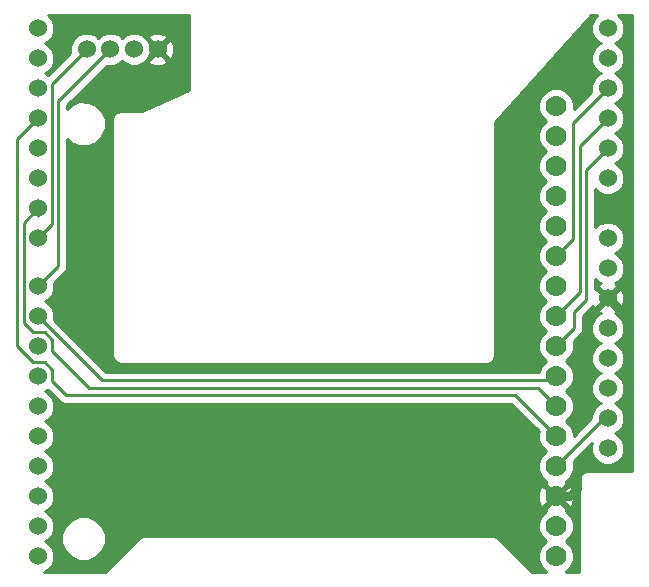
<source format=gtl>
G04 #@! TF.FileFunction,Copper,L1,Top,Signal*
%FSLAX46Y46*%
G04 Gerber Fmt 4.6, Leading zero omitted, Abs format (unit mm)*
G04 Created by KiCad (PCBNEW 4.0.2-stable) date Thursday, April 27, 2017 'PMt' 03:17:06 PM*
%MOMM*%
G01*
G04 APERTURE LIST*
%ADD10C,0.100000*%
%ADD11C,1.524000*%
%ADD12C,1.778000*%
%ADD13C,0.800000*%
%ADD14C,0.250000*%
%ADD15C,0.254000*%
G04 APERTURE END LIST*
D10*
D11*
X145961100Y-41503600D03*
X145961100Y-44043600D03*
X145961100Y-46583600D03*
X145961100Y-54203600D03*
X145961100Y-51663600D03*
X145961100Y-49123600D03*
X145961100Y-59283600D03*
X145961100Y-61823600D03*
X145961100Y-64363600D03*
X145961100Y-69443600D03*
X145961100Y-71983600D03*
X97701100Y-41503600D03*
X97701100Y-44043600D03*
X97701100Y-46583600D03*
X97701100Y-49123600D03*
X97701100Y-51663600D03*
X97701100Y-54203600D03*
X97701100Y-56743600D03*
X97701100Y-59283600D03*
X97701100Y-63347600D03*
X97701100Y-65887600D03*
X97701100Y-68427600D03*
X97701100Y-70967600D03*
X97701100Y-73507600D03*
X97701100Y-76047600D03*
X97701100Y-78587600D03*
X97701100Y-81127600D03*
X145961100Y-66903600D03*
X97701100Y-83667600D03*
X97701100Y-86207600D03*
X145961100Y-74523600D03*
X145961100Y-77063600D03*
X101841800Y-43281600D03*
X103841800Y-43281600D03*
X105841800Y-43281600D03*
X107841800Y-43281600D03*
D12*
X141579600Y-86207600D03*
X141579600Y-83667600D03*
X141579600Y-81127600D03*
X141579600Y-78587600D03*
X141579600Y-76047600D03*
X141579600Y-73507600D03*
X141579600Y-70967600D03*
X141579600Y-68427600D03*
X141579600Y-65887600D03*
X141579600Y-63347600D03*
X141579600Y-60807600D03*
X141579600Y-58267600D03*
X141579600Y-55727600D03*
X141579600Y-53187600D03*
X141579600Y-50647600D03*
X141579600Y-48107600D03*
D13*
X141579600Y-81127600D02*
X142773400Y-81127600D01*
X147623101Y-66025601D02*
X146723099Y-65125599D01*
X142773400Y-81127600D02*
X143383000Y-80518000D01*
X146744462Y-78740000D02*
X147623101Y-77861361D01*
X143383000Y-80518000D02*
X143383000Y-78740000D01*
X143383000Y-78740000D02*
X146744462Y-78740000D01*
X147623101Y-77861361D02*
X147623101Y-66025601D01*
X146723099Y-65125599D02*
X145961100Y-64363600D01*
D14*
X97701100Y-59283600D02*
X98888101Y-58096599D01*
X98888101Y-58096599D02*
X98888101Y-46235299D01*
X98888101Y-46235299D02*
X101079801Y-44043599D01*
X101079801Y-44043599D02*
X101841800Y-43281600D01*
X97701100Y-63347600D02*
X99438111Y-61610589D01*
X99438111Y-47685289D02*
X103841800Y-43281600D01*
X99438111Y-61610589D02*
X99438111Y-47685289D01*
X143052800Y-59334400D02*
X143052800Y-49491900D01*
X143052800Y-49491900D02*
X145961100Y-46583600D01*
X141579600Y-60807600D02*
X143052800Y-59334400D01*
X141579600Y-68427600D02*
X143129000Y-66878200D01*
X143129000Y-66878200D02*
X143129000Y-65532000D01*
X143129000Y-65532000D02*
X144152820Y-64508180D01*
X144152820Y-64508180D02*
X144152820Y-53471880D01*
X144152820Y-53471880D02*
X145199101Y-52425599D01*
X145199101Y-52425599D02*
X145961100Y-51663600D01*
X141579600Y-65887600D02*
X143602810Y-63864390D01*
X143602810Y-63864390D02*
X143602810Y-51481890D01*
X143602810Y-51481890D02*
X145961100Y-49123600D01*
X141579600Y-76047600D02*
X138099800Y-72567800D01*
X138099800Y-72567800D02*
X100084538Y-72567800D01*
X98888101Y-71371363D02*
X98888101Y-70397839D01*
X100084538Y-72567800D02*
X98888101Y-71371363D01*
X98270861Y-69780599D02*
X97297337Y-69780599D01*
X98888101Y-70397839D02*
X98270861Y-69780599D01*
X95935800Y-68419062D02*
X95935800Y-50888900D01*
X96939101Y-49885599D02*
X97701100Y-49123600D01*
X97297337Y-69780599D02*
X95935800Y-68419062D01*
X95935800Y-50888900D02*
X96939101Y-49885599D01*
X97701100Y-56743600D02*
X96494600Y-57950100D01*
X96494600Y-57950100D02*
X96494600Y-66437862D01*
X96494600Y-66437862D02*
X97297337Y-67240599D01*
X97297337Y-67240599D02*
X98270861Y-67240599D01*
X98270861Y-67240599D02*
X98888101Y-67857839D01*
X102014938Y-71958200D02*
X140030200Y-71958200D01*
X98888101Y-67857839D02*
X98888101Y-68831363D01*
X98888101Y-68831363D02*
X102014938Y-71958200D01*
X140690601Y-72618601D02*
X141579600Y-73507600D01*
X140030200Y-71958200D02*
X140690601Y-72618601D01*
X97701100Y-57434900D02*
X97701100Y-56743600D01*
X97701100Y-65887600D02*
X103136700Y-71323200D01*
X103136700Y-71323200D02*
X141224000Y-71323200D01*
X141224000Y-71323200D02*
X141579600Y-70967600D01*
X141579600Y-78587600D02*
X145643600Y-74523600D01*
X145643600Y-74523600D02*
X145961100Y-74523600D01*
D15*
G36*
X148003800Y-78997600D02*
X144213800Y-78997600D01*
X143942095Y-79051646D01*
X143711754Y-79205554D01*
X143557846Y-79435895D01*
X143503800Y-79707600D01*
X143503800Y-87497600D01*
X142444492Y-87497600D01*
X142870831Y-87072004D01*
X143103335Y-86512072D01*
X143103864Y-85905788D01*
X142872338Y-85345451D01*
X142464863Y-84937264D01*
X142870831Y-84532004D01*
X143103335Y-83972072D01*
X143103864Y-83365788D01*
X142872338Y-82805451D01*
X142444004Y-82376369D01*
X142417094Y-82365195D01*
X142472191Y-82199796D01*
X141579600Y-81307205D01*
X140687009Y-82199796D01*
X140741953Y-82364738D01*
X140717451Y-82374862D01*
X140288369Y-82803196D01*
X140055865Y-83363128D01*
X140055336Y-83969412D01*
X140286862Y-84529749D01*
X140694337Y-84937936D01*
X140288369Y-85343196D01*
X140055865Y-85903128D01*
X140055336Y-86509412D01*
X140286862Y-87069749D01*
X140713967Y-87497600D01*
X139507892Y-87497600D01*
X136715846Y-84705554D01*
X136485505Y-84551646D01*
X136213800Y-84497600D01*
X106713800Y-84497600D01*
X106442095Y-84551646D01*
X106211754Y-84705554D01*
X103419708Y-87497600D01*
X98237307Y-87497600D01*
X98491403Y-87392610D01*
X98884729Y-86999970D01*
X99097857Y-86486700D01*
X99098342Y-85930939D01*
X98886110Y-85417297D01*
X98550305Y-85080905D01*
X99694274Y-85080905D01*
X99980643Y-85773972D01*
X100510439Y-86304693D01*
X101203005Y-86592272D01*
X101952905Y-86592926D01*
X102645972Y-86306557D01*
X103176693Y-85776761D01*
X103464272Y-85084195D01*
X103464926Y-84334295D01*
X103178557Y-83641228D01*
X102648761Y-83110507D01*
X101956195Y-82822928D01*
X101206295Y-82822274D01*
X100513228Y-83108643D01*
X99982507Y-83638439D01*
X99694928Y-84331005D01*
X99694274Y-85080905D01*
X98550305Y-85080905D01*
X98493470Y-85023971D01*
X98285588Y-84937651D01*
X98491403Y-84852610D01*
X98884729Y-84459970D01*
X99097857Y-83946700D01*
X99098342Y-83390939D01*
X98886110Y-82877297D01*
X98493470Y-82483971D01*
X98285588Y-82397651D01*
X98491403Y-82312610D01*
X98884729Y-81919970D01*
X99097857Y-81406700D01*
X99098308Y-80889565D01*
X140044084Y-80889565D01*
X140069877Y-81495300D01*
X140252061Y-81935133D01*
X140507404Y-82020191D01*
X141399995Y-81127600D01*
X141759205Y-81127600D01*
X142651796Y-82020191D01*
X142907139Y-81935133D01*
X143115116Y-81365635D01*
X143089323Y-80759900D01*
X142907139Y-80320067D01*
X142651796Y-80235009D01*
X141759205Y-81127600D01*
X141399995Y-81127600D01*
X140507404Y-80235009D01*
X140252061Y-80320067D01*
X140044084Y-80889565D01*
X99098308Y-80889565D01*
X99098342Y-80850939D01*
X98886110Y-80337297D01*
X98493470Y-79943971D01*
X98285588Y-79857651D01*
X98491403Y-79772610D01*
X98884729Y-79379970D01*
X99097857Y-78866700D01*
X99098342Y-78310939D01*
X98886110Y-77797297D01*
X98493470Y-77403971D01*
X98285588Y-77317651D01*
X98491403Y-77232610D01*
X98884729Y-76839970D01*
X99097857Y-76326700D01*
X99098342Y-75770939D01*
X98886110Y-75257297D01*
X98493470Y-74863971D01*
X98285588Y-74777651D01*
X98491403Y-74692610D01*
X98884729Y-74299970D01*
X99097857Y-73786700D01*
X99098342Y-73230939D01*
X98886110Y-72717297D01*
X98493470Y-72323971D01*
X98285588Y-72237651D01*
X98491403Y-72152610D01*
X98543020Y-72101084D01*
X99547137Y-73105201D01*
X99793698Y-73269948D01*
X99841952Y-73279546D01*
X100084538Y-73327800D01*
X137784998Y-73327800D01*
X140098250Y-75641052D01*
X140055865Y-75743128D01*
X140055336Y-76349412D01*
X140286862Y-76909749D01*
X140694337Y-77317936D01*
X140288369Y-77723196D01*
X140055865Y-78283128D01*
X140055336Y-78889412D01*
X140286862Y-79449749D01*
X140715196Y-79878831D01*
X140742106Y-79890005D01*
X140687009Y-80055404D01*
X141579600Y-80947995D01*
X142472191Y-80055404D01*
X142417247Y-79890462D01*
X142441749Y-79880338D01*
X142870831Y-79452004D01*
X143103335Y-78892072D01*
X143103864Y-78285788D01*
X143060694Y-78181308D01*
X144640210Y-76601792D01*
X144564343Y-76784500D01*
X144563858Y-77340261D01*
X144776090Y-77853903D01*
X145168730Y-78247229D01*
X145682000Y-78460357D01*
X146237761Y-78460842D01*
X146751403Y-78248610D01*
X147144729Y-77855970D01*
X147357857Y-77342700D01*
X147358342Y-76786939D01*
X147146110Y-76273297D01*
X146753470Y-75879971D01*
X146545588Y-75793651D01*
X146751403Y-75708610D01*
X147144729Y-75315970D01*
X147357857Y-74802700D01*
X147358342Y-74246939D01*
X147146110Y-73733297D01*
X146753470Y-73339971D01*
X146545588Y-73253651D01*
X146751403Y-73168610D01*
X147144729Y-72775970D01*
X147357857Y-72262700D01*
X147358342Y-71706939D01*
X147146110Y-71193297D01*
X146753470Y-70799971D01*
X146545588Y-70713651D01*
X146751403Y-70628610D01*
X147144729Y-70235970D01*
X147357857Y-69722700D01*
X147358342Y-69166939D01*
X147146110Y-68653297D01*
X146753470Y-68259971D01*
X146545588Y-68173651D01*
X146751403Y-68088610D01*
X147144729Y-67695970D01*
X147357857Y-67182700D01*
X147358342Y-66626939D01*
X147146110Y-66113297D01*
X146753470Y-65719971D01*
X146561373Y-65640205D01*
X146692243Y-65585997D01*
X146761708Y-65343813D01*
X145961100Y-64543205D01*
X145160492Y-65343813D01*
X145229957Y-65585997D01*
X145370418Y-65636109D01*
X145170797Y-65718590D01*
X144777471Y-66111230D01*
X144564343Y-66624500D01*
X144563858Y-67180261D01*
X144776090Y-67693903D01*
X145168730Y-68087229D01*
X145376612Y-68173549D01*
X145170797Y-68258590D01*
X144777471Y-68651230D01*
X144564343Y-69164500D01*
X144563858Y-69720261D01*
X144776090Y-70233903D01*
X145168730Y-70627229D01*
X145376612Y-70713549D01*
X145170797Y-70798590D01*
X144777471Y-71191230D01*
X144564343Y-71704500D01*
X144563858Y-72260261D01*
X144776090Y-72773903D01*
X145168730Y-73167229D01*
X145376612Y-73253549D01*
X145170797Y-73338590D01*
X144777471Y-73731230D01*
X144564343Y-74244500D01*
X144564095Y-74528303D01*
X143103652Y-75988746D01*
X143103864Y-75745788D01*
X142872338Y-75185451D01*
X142464863Y-74777264D01*
X142870831Y-74372004D01*
X143103335Y-73812072D01*
X143103864Y-73205788D01*
X142872338Y-72645451D01*
X142464863Y-72237264D01*
X142870831Y-71832004D01*
X143103335Y-71272072D01*
X143103864Y-70665788D01*
X142872338Y-70105451D01*
X142464863Y-69697264D01*
X142870831Y-69292004D01*
X143103335Y-68732072D01*
X143103864Y-68125788D01*
X143060694Y-68021309D01*
X143666401Y-67415602D01*
X143823598Y-67180338D01*
X143831148Y-67169039D01*
X143889000Y-66878200D01*
X143889000Y-65846802D01*
X144690221Y-65045581D01*
X144707579Y-65019603D01*
X144738703Y-65094743D01*
X144980887Y-65164208D01*
X145781495Y-64363600D01*
X146140705Y-64363600D01*
X146941313Y-65164208D01*
X147183497Y-65094743D01*
X147370244Y-64571298D01*
X147342462Y-64016232D01*
X147183497Y-63632457D01*
X146941313Y-63562992D01*
X146140705Y-64363600D01*
X145781495Y-64363600D01*
X144980887Y-63562992D01*
X144912820Y-63582515D01*
X144912820Y-62750872D01*
X145168730Y-63007229D01*
X145360827Y-63086995D01*
X145229957Y-63141203D01*
X145160492Y-63383387D01*
X145961100Y-64183995D01*
X146761708Y-63383387D01*
X146692243Y-63141203D01*
X146551782Y-63091091D01*
X146751403Y-63008610D01*
X147144729Y-62615970D01*
X147357857Y-62102700D01*
X147358342Y-61546939D01*
X147146110Y-61033297D01*
X146753470Y-60639971D01*
X146545588Y-60553651D01*
X146751403Y-60468610D01*
X147144729Y-60075970D01*
X147357857Y-59562700D01*
X147358342Y-59006939D01*
X147146110Y-58493297D01*
X146753470Y-58099971D01*
X146240200Y-57886843D01*
X145684439Y-57886358D01*
X145170797Y-58098590D01*
X144912820Y-58356117D01*
X144912820Y-55130872D01*
X145168730Y-55387229D01*
X145682000Y-55600357D01*
X146237761Y-55600842D01*
X146751403Y-55388610D01*
X147144729Y-54995970D01*
X147357857Y-54482700D01*
X147358342Y-53926939D01*
X147146110Y-53413297D01*
X146753470Y-53019971D01*
X146545588Y-52933651D01*
X146751403Y-52848610D01*
X147144729Y-52455970D01*
X147357857Y-51942700D01*
X147358342Y-51386939D01*
X147146110Y-50873297D01*
X146753470Y-50479971D01*
X146545588Y-50393651D01*
X146751403Y-50308610D01*
X147144729Y-49915970D01*
X147357857Y-49402700D01*
X147358342Y-48846939D01*
X147146110Y-48333297D01*
X146753470Y-47939971D01*
X146545588Y-47853651D01*
X146751403Y-47768610D01*
X147144729Y-47375970D01*
X147357857Y-46862700D01*
X147358342Y-46306939D01*
X147146110Y-45793297D01*
X146753470Y-45399971D01*
X146545588Y-45313651D01*
X146751403Y-45228610D01*
X147144729Y-44835970D01*
X147357857Y-44322700D01*
X147358342Y-43766939D01*
X147146110Y-43253297D01*
X146753470Y-42859971D01*
X146545588Y-42773651D01*
X146751403Y-42688610D01*
X147144729Y-42295970D01*
X147357857Y-41782700D01*
X147358342Y-41226939D01*
X147146110Y-40713297D01*
X146850929Y-40417600D01*
X148003800Y-40417600D01*
X148003800Y-78997600D01*
X148003800Y-78997600D01*
G37*
X148003800Y-78997600D02*
X144213800Y-78997600D01*
X143942095Y-79051646D01*
X143711754Y-79205554D01*
X143557846Y-79435895D01*
X143503800Y-79707600D01*
X143503800Y-87497600D01*
X142444492Y-87497600D01*
X142870831Y-87072004D01*
X143103335Y-86512072D01*
X143103864Y-85905788D01*
X142872338Y-85345451D01*
X142464863Y-84937264D01*
X142870831Y-84532004D01*
X143103335Y-83972072D01*
X143103864Y-83365788D01*
X142872338Y-82805451D01*
X142444004Y-82376369D01*
X142417094Y-82365195D01*
X142472191Y-82199796D01*
X141579600Y-81307205D01*
X140687009Y-82199796D01*
X140741953Y-82364738D01*
X140717451Y-82374862D01*
X140288369Y-82803196D01*
X140055865Y-83363128D01*
X140055336Y-83969412D01*
X140286862Y-84529749D01*
X140694337Y-84937936D01*
X140288369Y-85343196D01*
X140055865Y-85903128D01*
X140055336Y-86509412D01*
X140286862Y-87069749D01*
X140713967Y-87497600D01*
X139507892Y-87497600D01*
X136715846Y-84705554D01*
X136485505Y-84551646D01*
X136213800Y-84497600D01*
X106713800Y-84497600D01*
X106442095Y-84551646D01*
X106211754Y-84705554D01*
X103419708Y-87497600D01*
X98237307Y-87497600D01*
X98491403Y-87392610D01*
X98884729Y-86999970D01*
X99097857Y-86486700D01*
X99098342Y-85930939D01*
X98886110Y-85417297D01*
X98550305Y-85080905D01*
X99694274Y-85080905D01*
X99980643Y-85773972D01*
X100510439Y-86304693D01*
X101203005Y-86592272D01*
X101952905Y-86592926D01*
X102645972Y-86306557D01*
X103176693Y-85776761D01*
X103464272Y-85084195D01*
X103464926Y-84334295D01*
X103178557Y-83641228D01*
X102648761Y-83110507D01*
X101956195Y-82822928D01*
X101206295Y-82822274D01*
X100513228Y-83108643D01*
X99982507Y-83638439D01*
X99694928Y-84331005D01*
X99694274Y-85080905D01*
X98550305Y-85080905D01*
X98493470Y-85023971D01*
X98285588Y-84937651D01*
X98491403Y-84852610D01*
X98884729Y-84459970D01*
X99097857Y-83946700D01*
X99098342Y-83390939D01*
X98886110Y-82877297D01*
X98493470Y-82483971D01*
X98285588Y-82397651D01*
X98491403Y-82312610D01*
X98884729Y-81919970D01*
X99097857Y-81406700D01*
X99098308Y-80889565D01*
X140044084Y-80889565D01*
X140069877Y-81495300D01*
X140252061Y-81935133D01*
X140507404Y-82020191D01*
X141399995Y-81127600D01*
X141759205Y-81127600D01*
X142651796Y-82020191D01*
X142907139Y-81935133D01*
X143115116Y-81365635D01*
X143089323Y-80759900D01*
X142907139Y-80320067D01*
X142651796Y-80235009D01*
X141759205Y-81127600D01*
X141399995Y-81127600D01*
X140507404Y-80235009D01*
X140252061Y-80320067D01*
X140044084Y-80889565D01*
X99098308Y-80889565D01*
X99098342Y-80850939D01*
X98886110Y-80337297D01*
X98493470Y-79943971D01*
X98285588Y-79857651D01*
X98491403Y-79772610D01*
X98884729Y-79379970D01*
X99097857Y-78866700D01*
X99098342Y-78310939D01*
X98886110Y-77797297D01*
X98493470Y-77403971D01*
X98285588Y-77317651D01*
X98491403Y-77232610D01*
X98884729Y-76839970D01*
X99097857Y-76326700D01*
X99098342Y-75770939D01*
X98886110Y-75257297D01*
X98493470Y-74863971D01*
X98285588Y-74777651D01*
X98491403Y-74692610D01*
X98884729Y-74299970D01*
X99097857Y-73786700D01*
X99098342Y-73230939D01*
X98886110Y-72717297D01*
X98493470Y-72323971D01*
X98285588Y-72237651D01*
X98491403Y-72152610D01*
X98543020Y-72101084D01*
X99547137Y-73105201D01*
X99793698Y-73269948D01*
X99841952Y-73279546D01*
X100084538Y-73327800D01*
X137784998Y-73327800D01*
X140098250Y-75641052D01*
X140055865Y-75743128D01*
X140055336Y-76349412D01*
X140286862Y-76909749D01*
X140694337Y-77317936D01*
X140288369Y-77723196D01*
X140055865Y-78283128D01*
X140055336Y-78889412D01*
X140286862Y-79449749D01*
X140715196Y-79878831D01*
X140742106Y-79890005D01*
X140687009Y-80055404D01*
X141579600Y-80947995D01*
X142472191Y-80055404D01*
X142417247Y-79890462D01*
X142441749Y-79880338D01*
X142870831Y-79452004D01*
X143103335Y-78892072D01*
X143103864Y-78285788D01*
X143060694Y-78181308D01*
X144640210Y-76601792D01*
X144564343Y-76784500D01*
X144563858Y-77340261D01*
X144776090Y-77853903D01*
X145168730Y-78247229D01*
X145682000Y-78460357D01*
X146237761Y-78460842D01*
X146751403Y-78248610D01*
X147144729Y-77855970D01*
X147357857Y-77342700D01*
X147358342Y-76786939D01*
X147146110Y-76273297D01*
X146753470Y-75879971D01*
X146545588Y-75793651D01*
X146751403Y-75708610D01*
X147144729Y-75315970D01*
X147357857Y-74802700D01*
X147358342Y-74246939D01*
X147146110Y-73733297D01*
X146753470Y-73339971D01*
X146545588Y-73253651D01*
X146751403Y-73168610D01*
X147144729Y-72775970D01*
X147357857Y-72262700D01*
X147358342Y-71706939D01*
X147146110Y-71193297D01*
X146753470Y-70799971D01*
X146545588Y-70713651D01*
X146751403Y-70628610D01*
X147144729Y-70235970D01*
X147357857Y-69722700D01*
X147358342Y-69166939D01*
X147146110Y-68653297D01*
X146753470Y-68259971D01*
X146545588Y-68173651D01*
X146751403Y-68088610D01*
X147144729Y-67695970D01*
X147357857Y-67182700D01*
X147358342Y-66626939D01*
X147146110Y-66113297D01*
X146753470Y-65719971D01*
X146561373Y-65640205D01*
X146692243Y-65585997D01*
X146761708Y-65343813D01*
X145961100Y-64543205D01*
X145160492Y-65343813D01*
X145229957Y-65585997D01*
X145370418Y-65636109D01*
X145170797Y-65718590D01*
X144777471Y-66111230D01*
X144564343Y-66624500D01*
X144563858Y-67180261D01*
X144776090Y-67693903D01*
X145168730Y-68087229D01*
X145376612Y-68173549D01*
X145170797Y-68258590D01*
X144777471Y-68651230D01*
X144564343Y-69164500D01*
X144563858Y-69720261D01*
X144776090Y-70233903D01*
X145168730Y-70627229D01*
X145376612Y-70713549D01*
X145170797Y-70798590D01*
X144777471Y-71191230D01*
X144564343Y-71704500D01*
X144563858Y-72260261D01*
X144776090Y-72773903D01*
X145168730Y-73167229D01*
X145376612Y-73253549D01*
X145170797Y-73338590D01*
X144777471Y-73731230D01*
X144564343Y-74244500D01*
X144564095Y-74528303D01*
X143103652Y-75988746D01*
X143103864Y-75745788D01*
X142872338Y-75185451D01*
X142464863Y-74777264D01*
X142870831Y-74372004D01*
X143103335Y-73812072D01*
X143103864Y-73205788D01*
X142872338Y-72645451D01*
X142464863Y-72237264D01*
X142870831Y-71832004D01*
X143103335Y-71272072D01*
X143103864Y-70665788D01*
X142872338Y-70105451D01*
X142464863Y-69697264D01*
X142870831Y-69292004D01*
X143103335Y-68732072D01*
X143103864Y-68125788D01*
X143060694Y-68021309D01*
X143666401Y-67415602D01*
X143823598Y-67180338D01*
X143831148Y-67169039D01*
X143889000Y-66878200D01*
X143889000Y-65846802D01*
X144690221Y-65045581D01*
X144707579Y-65019603D01*
X144738703Y-65094743D01*
X144980887Y-65164208D01*
X145781495Y-64363600D01*
X146140705Y-64363600D01*
X146941313Y-65164208D01*
X147183497Y-65094743D01*
X147370244Y-64571298D01*
X147342462Y-64016232D01*
X147183497Y-63632457D01*
X146941313Y-63562992D01*
X146140705Y-64363600D01*
X145781495Y-64363600D01*
X144980887Y-63562992D01*
X144912820Y-63582515D01*
X144912820Y-62750872D01*
X145168730Y-63007229D01*
X145360827Y-63086995D01*
X145229957Y-63141203D01*
X145160492Y-63383387D01*
X145961100Y-64183995D01*
X146761708Y-63383387D01*
X146692243Y-63141203D01*
X146551782Y-63091091D01*
X146751403Y-63008610D01*
X147144729Y-62615970D01*
X147357857Y-62102700D01*
X147358342Y-61546939D01*
X147146110Y-61033297D01*
X146753470Y-60639971D01*
X146545588Y-60553651D01*
X146751403Y-60468610D01*
X147144729Y-60075970D01*
X147357857Y-59562700D01*
X147358342Y-59006939D01*
X147146110Y-58493297D01*
X146753470Y-58099971D01*
X146240200Y-57886843D01*
X145684439Y-57886358D01*
X145170797Y-58098590D01*
X144912820Y-58356117D01*
X144912820Y-55130872D01*
X145168730Y-55387229D01*
X145682000Y-55600357D01*
X146237761Y-55600842D01*
X146751403Y-55388610D01*
X147144729Y-54995970D01*
X147357857Y-54482700D01*
X147358342Y-53926939D01*
X147146110Y-53413297D01*
X146753470Y-53019971D01*
X146545588Y-52933651D01*
X146751403Y-52848610D01*
X147144729Y-52455970D01*
X147357857Y-51942700D01*
X147358342Y-51386939D01*
X147146110Y-50873297D01*
X146753470Y-50479971D01*
X146545588Y-50393651D01*
X146751403Y-50308610D01*
X147144729Y-49915970D01*
X147357857Y-49402700D01*
X147358342Y-48846939D01*
X147146110Y-48333297D01*
X146753470Y-47939971D01*
X146545588Y-47853651D01*
X146751403Y-47768610D01*
X147144729Y-47375970D01*
X147357857Y-46862700D01*
X147358342Y-46306939D01*
X147146110Y-45793297D01*
X146753470Y-45399971D01*
X146545588Y-45313651D01*
X146751403Y-45228610D01*
X147144729Y-44835970D01*
X147357857Y-44322700D01*
X147358342Y-43766939D01*
X147146110Y-43253297D01*
X146753470Y-42859971D01*
X146545588Y-42773651D01*
X146751403Y-42688610D01*
X147144729Y-42295970D01*
X147357857Y-41782700D01*
X147358342Y-41226939D01*
X147146110Y-40713297D01*
X146850929Y-40417600D01*
X148003800Y-40417600D01*
X148003800Y-78997600D01*
G36*
X110503800Y-46746190D02*
X106563129Y-48497600D01*
X104713800Y-48497600D01*
X104442095Y-48551646D01*
X104211754Y-48705554D01*
X104057846Y-48935895D01*
X104003800Y-49207600D01*
X104003800Y-69207600D01*
X104057846Y-69479305D01*
X104211754Y-69709646D01*
X104442095Y-69863554D01*
X104713800Y-69917600D01*
X135713800Y-69917600D01*
X135985505Y-69863554D01*
X136215846Y-69709646D01*
X136369754Y-69479305D01*
X136423800Y-69207600D01*
X136423800Y-49478865D01*
X144531248Y-40417600D01*
X145071614Y-40417600D01*
X144777471Y-40711230D01*
X144564343Y-41224500D01*
X144563858Y-41780261D01*
X144776090Y-42293903D01*
X145168730Y-42687229D01*
X145376612Y-42773549D01*
X145170797Y-42858590D01*
X144777471Y-43251230D01*
X144564343Y-43764500D01*
X144563858Y-44320261D01*
X144776090Y-44833903D01*
X145168730Y-45227229D01*
X145376612Y-45313549D01*
X145170797Y-45398590D01*
X144777471Y-45791230D01*
X144564343Y-46304500D01*
X144563858Y-46860261D01*
X144577243Y-46892655D01*
X143103375Y-48366523D01*
X143103864Y-47805788D01*
X142872338Y-47245451D01*
X142444004Y-46816369D01*
X141884072Y-46583865D01*
X141277788Y-46583336D01*
X140717451Y-46814862D01*
X140288369Y-47243196D01*
X140055865Y-47803128D01*
X140055336Y-48409412D01*
X140286862Y-48969749D01*
X140694337Y-49377936D01*
X140288369Y-49783196D01*
X140055865Y-50343128D01*
X140055336Y-50949412D01*
X140286862Y-51509749D01*
X140694337Y-51917936D01*
X140288369Y-52323196D01*
X140055865Y-52883128D01*
X140055336Y-53489412D01*
X140286862Y-54049749D01*
X140694337Y-54457936D01*
X140288369Y-54863196D01*
X140055865Y-55423128D01*
X140055336Y-56029412D01*
X140286862Y-56589749D01*
X140694337Y-56997936D01*
X140288369Y-57403196D01*
X140055865Y-57963128D01*
X140055336Y-58569412D01*
X140286862Y-59129749D01*
X140694337Y-59537936D01*
X140288369Y-59943196D01*
X140055865Y-60503128D01*
X140055336Y-61109412D01*
X140286862Y-61669749D01*
X140694337Y-62077936D01*
X140288369Y-62483196D01*
X140055865Y-63043128D01*
X140055336Y-63649412D01*
X140286862Y-64209749D01*
X140694337Y-64617936D01*
X140288369Y-65023196D01*
X140055865Y-65583128D01*
X140055336Y-66189412D01*
X140286862Y-66749749D01*
X140694337Y-67157936D01*
X140288369Y-67563196D01*
X140055865Y-68123128D01*
X140055336Y-68729412D01*
X140286862Y-69289749D01*
X140694337Y-69697936D01*
X140288369Y-70103196D01*
X140097359Y-70563200D01*
X103451502Y-70563200D01*
X99085283Y-66196981D01*
X99097857Y-66166700D01*
X99098342Y-65610939D01*
X98886110Y-65097297D01*
X98493470Y-64703971D01*
X98285588Y-64617651D01*
X98491403Y-64532610D01*
X98884729Y-64139970D01*
X99097857Y-63626700D01*
X99098342Y-63070939D01*
X99084957Y-63038545D01*
X99975512Y-62147990D01*
X100140259Y-61901428D01*
X100198111Y-61610589D01*
X100198111Y-50871820D01*
X100510439Y-51184693D01*
X101203005Y-51472272D01*
X101952905Y-51472926D01*
X102645972Y-51186557D01*
X103176693Y-50656761D01*
X103464272Y-49964195D01*
X103464926Y-49214295D01*
X103178557Y-48521228D01*
X102648761Y-47990507D01*
X101956195Y-47702928D01*
X101206295Y-47702274D01*
X100513228Y-47988643D01*
X100198111Y-48303211D01*
X100198111Y-48000091D01*
X103532419Y-44665783D01*
X103562700Y-44678357D01*
X104118461Y-44678842D01*
X104632103Y-44466610D01*
X104841821Y-44257258D01*
X105049430Y-44465229D01*
X105562700Y-44678357D01*
X106118461Y-44678842D01*
X106632103Y-44466610D01*
X106837257Y-44261813D01*
X107041192Y-44261813D01*
X107110657Y-44503997D01*
X107634102Y-44690744D01*
X108189168Y-44662962D01*
X108572943Y-44503997D01*
X108642408Y-44261813D01*
X107841800Y-43461205D01*
X107041192Y-44261813D01*
X106837257Y-44261813D01*
X107025429Y-44073970D01*
X107135922Y-43807873D01*
X107662195Y-43281600D01*
X108021405Y-43281600D01*
X108822013Y-44082208D01*
X109064197Y-44012743D01*
X109250944Y-43489298D01*
X109223162Y-42934232D01*
X109064197Y-42550457D01*
X108822013Y-42480992D01*
X108021405Y-43281600D01*
X107662195Y-43281600D01*
X107135893Y-42755298D01*
X107026810Y-42491297D01*
X106837232Y-42301387D01*
X107041192Y-42301387D01*
X107841800Y-43101995D01*
X108642408Y-42301387D01*
X108572943Y-42059203D01*
X108049498Y-41872456D01*
X107494432Y-41900238D01*
X107110657Y-42059203D01*
X107041192Y-42301387D01*
X106837232Y-42301387D01*
X106634170Y-42097971D01*
X106120900Y-41884843D01*
X105565139Y-41884358D01*
X105051497Y-42096590D01*
X104841779Y-42305942D01*
X104634170Y-42097971D01*
X104120900Y-41884843D01*
X103565139Y-41884358D01*
X103051497Y-42096590D01*
X102841779Y-42305942D01*
X102634170Y-42097971D01*
X102120900Y-41884843D01*
X101565139Y-41884358D01*
X101051497Y-42096590D01*
X100658171Y-42489230D01*
X100445043Y-43002500D01*
X100444558Y-43558261D01*
X100457943Y-43590655D01*
X98570981Y-45477617D01*
X98493470Y-45399971D01*
X98285588Y-45313651D01*
X98491403Y-45228610D01*
X98884729Y-44835970D01*
X99097857Y-44322700D01*
X99098342Y-43766939D01*
X98886110Y-43253297D01*
X98493470Y-42859971D01*
X98285588Y-42773651D01*
X98491403Y-42688610D01*
X98884729Y-42295970D01*
X99097857Y-41782700D01*
X99098342Y-41226939D01*
X98886110Y-40713297D01*
X98590929Y-40417600D01*
X110503800Y-40417600D01*
X110503800Y-46746190D01*
X110503800Y-46746190D01*
G37*
X110503800Y-46746190D02*
X106563129Y-48497600D01*
X104713800Y-48497600D01*
X104442095Y-48551646D01*
X104211754Y-48705554D01*
X104057846Y-48935895D01*
X104003800Y-49207600D01*
X104003800Y-69207600D01*
X104057846Y-69479305D01*
X104211754Y-69709646D01*
X104442095Y-69863554D01*
X104713800Y-69917600D01*
X135713800Y-69917600D01*
X135985505Y-69863554D01*
X136215846Y-69709646D01*
X136369754Y-69479305D01*
X136423800Y-69207600D01*
X136423800Y-49478865D01*
X144531248Y-40417600D01*
X145071614Y-40417600D01*
X144777471Y-40711230D01*
X144564343Y-41224500D01*
X144563858Y-41780261D01*
X144776090Y-42293903D01*
X145168730Y-42687229D01*
X145376612Y-42773549D01*
X145170797Y-42858590D01*
X144777471Y-43251230D01*
X144564343Y-43764500D01*
X144563858Y-44320261D01*
X144776090Y-44833903D01*
X145168730Y-45227229D01*
X145376612Y-45313549D01*
X145170797Y-45398590D01*
X144777471Y-45791230D01*
X144564343Y-46304500D01*
X144563858Y-46860261D01*
X144577243Y-46892655D01*
X143103375Y-48366523D01*
X143103864Y-47805788D01*
X142872338Y-47245451D01*
X142444004Y-46816369D01*
X141884072Y-46583865D01*
X141277788Y-46583336D01*
X140717451Y-46814862D01*
X140288369Y-47243196D01*
X140055865Y-47803128D01*
X140055336Y-48409412D01*
X140286862Y-48969749D01*
X140694337Y-49377936D01*
X140288369Y-49783196D01*
X140055865Y-50343128D01*
X140055336Y-50949412D01*
X140286862Y-51509749D01*
X140694337Y-51917936D01*
X140288369Y-52323196D01*
X140055865Y-52883128D01*
X140055336Y-53489412D01*
X140286862Y-54049749D01*
X140694337Y-54457936D01*
X140288369Y-54863196D01*
X140055865Y-55423128D01*
X140055336Y-56029412D01*
X140286862Y-56589749D01*
X140694337Y-56997936D01*
X140288369Y-57403196D01*
X140055865Y-57963128D01*
X140055336Y-58569412D01*
X140286862Y-59129749D01*
X140694337Y-59537936D01*
X140288369Y-59943196D01*
X140055865Y-60503128D01*
X140055336Y-61109412D01*
X140286862Y-61669749D01*
X140694337Y-62077936D01*
X140288369Y-62483196D01*
X140055865Y-63043128D01*
X140055336Y-63649412D01*
X140286862Y-64209749D01*
X140694337Y-64617936D01*
X140288369Y-65023196D01*
X140055865Y-65583128D01*
X140055336Y-66189412D01*
X140286862Y-66749749D01*
X140694337Y-67157936D01*
X140288369Y-67563196D01*
X140055865Y-68123128D01*
X140055336Y-68729412D01*
X140286862Y-69289749D01*
X140694337Y-69697936D01*
X140288369Y-70103196D01*
X140097359Y-70563200D01*
X103451502Y-70563200D01*
X99085283Y-66196981D01*
X99097857Y-66166700D01*
X99098342Y-65610939D01*
X98886110Y-65097297D01*
X98493470Y-64703971D01*
X98285588Y-64617651D01*
X98491403Y-64532610D01*
X98884729Y-64139970D01*
X99097857Y-63626700D01*
X99098342Y-63070939D01*
X99084957Y-63038545D01*
X99975512Y-62147990D01*
X100140259Y-61901428D01*
X100198111Y-61610589D01*
X100198111Y-50871820D01*
X100510439Y-51184693D01*
X101203005Y-51472272D01*
X101952905Y-51472926D01*
X102645972Y-51186557D01*
X103176693Y-50656761D01*
X103464272Y-49964195D01*
X103464926Y-49214295D01*
X103178557Y-48521228D01*
X102648761Y-47990507D01*
X101956195Y-47702928D01*
X101206295Y-47702274D01*
X100513228Y-47988643D01*
X100198111Y-48303211D01*
X100198111Y-48000091D01*
X103532419Y-44665783D01*
X103562700Y-44678357D01*
X104118461Y-44678842D01*
X104632103Y-44466610D01*
X104841821Y-44257258D01*
X105049430Y-44465229D01*
X105562700Y-44678357D01*
X106118461Y-44678842D01*
X106632103Y-44466610D01*
X106837257Y-44261813D01*
X107041192Y-44261813D01*
X107110657Y-44503997D01*
X107634102Y-44690744D01*
X108189168Y-44662962D01*
X108572943Y-44503997D01*
X108642408Y-44261813D01*
X107841800Y-43461205D01*
X107041192Y-44261813D01*
X106837257Y-44261813D01*
X107025429Y-44073970D01*
X107135922Y-43807873D01*
X107662195Y-43281600D01*
X108021405Y-43281600D01*
X108822013Y-44082208D01*
X109064197Y-44012743D01*
X109250944Y-43489298D01*
X109223162Y-42934232D01*
X109064197Y-42550457D01*
X108822013Y-42480992D01*
X108021405Y-43281600D01*
X107662195Y-43281600D01*
X107135893Y-42755298D01*
X107026810Y-42491297D01*
X106837232Y-42301387D01*
X107041192Y-42301387D01*
X107841800Y-43101995D01*
X108642408Y-42301387D01*
X108572943Y-42059203D01*
X108049498Y-41872456D01*
X107494432Y-41900238D01*
X107110657Y-42059203D01*
X107041192Y-42301387D01*
X106837232Y-42301387D01*
X106634170Y-42097971D01*
X106120900Y-41884843D01*
X105565139Y-41884358D01*
X105051497Y-42096590D01*
X104841779Y-42305942D01*
X104634170Y-42097971D01*
X104120900Y-41884843D01*
X103565139Y-41884358D01*
X103051497Y-42096590D01*
X102841779Y-42305942D01*
X102634170Y-42097971D01*
X102120900Y-41884843D01*
X101565139Y-41884358D01*
X101051497Y-42096590D01*
X100658171Y-42489230D01*
X100445043Y-43002500D01*
X100444558Y-43558261D01*
X100457943Y-43590655D01*
X98570981Y-45477617D01*
X98493470Y-45399971D01*
X98285588Y-45313651D01*
X98491403Y-45228610D01*
X98884729Y-44835970D01*
X99097857Y-44322700D01*
X99098342Y-43766939D01*
X98886110Y-43253297D01*
X98493470Y-42859971D01*
X98285588Y-42773651D01*
X98491403Y-42688610D01*
X98884729Y-42295970D01*
X99097857Y-41782700D01*
X99098342Y-41226939D01*
X98886110Y-40713297D01*
X98590929Y-40417600D01*
X110503800Y-40417600D01*
X110503800Y-46746190D01*
M02*

</source>
